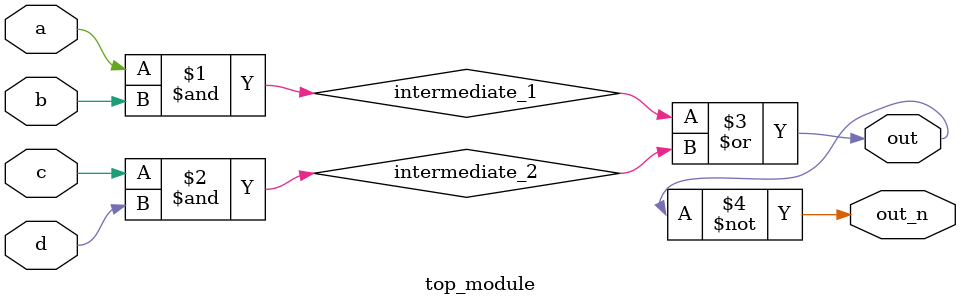
<source format=sv>
module top_module (
    input a,
    input b,
    input c,
    input d,
    output out,
    output out_n );

    wire intermediate_1;
    wire intermediate_2;

    and (intermediate_1, a, b);
    and (intermediate_2, c, d);
    or (out, intermediate_1, intermediate_2);
    not (out_n, out);

endmodule

</source>
